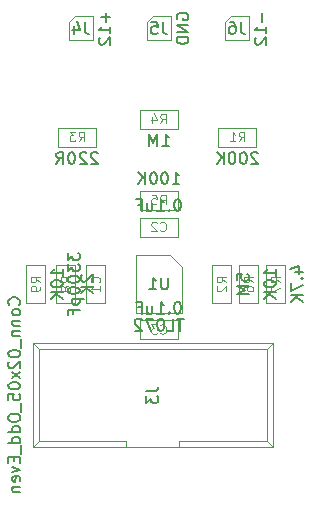
<source format=gbr>
G04 #@! TF.GenerationSoftware,KiCad,Pcbnew,(5.0.1)-4*
G04 #@! TF.CreationDate,2019-03-05T01:38:52-06:00*
G04 #@! TF.ProjectId,util_LFO,7574696C5F4C464F2E6B696361645F70,rev?*
G04 #@! TF.SameCoordinates,Original*
G04 #@! TF.FileFunction,Other,Fab,Bot*
%FSLAX46Y46*%
G04 Gerber Fmt 4.6, Leading zero omitted, Abs format (unit mm)*
G04 Created by KiCad (PCBNEW (5.0.1)-4) date 3/5/2019 1:38:52*
%MOMM*%
%LPD*%
G01*
G04 APERTURE LIST*
%ADD10C,0.100000*%
%ADD11C,0.150000*%
%ADD12C,0.120000*%
G04 APERTURE END LIST*
D10*
G04 #@! TO.C,J6*
X101108000Y-59380500D02*
X101108000Y-60880500D01*
X101108000Y-60880500D02*
X103108000Y-60880500D01*
X103108000Y-60880500D02*
X103108000Y-58880500D01*
X103108000Y-58880500D02*
X101608000Y-58880500D01*
X101608000Y-58880500D02*
X101108000Y-59380500D01*
G04 #@! TO.C,C1*
X89370000Y-83134000D02*
X90970000Y-83134000D01*
X90970000Y-83134000D02*
X90970000Y-79934000D01*
X90970000Y-79934000D02*
X89370000Y-79934000D01*
X89370000Y-79934000D02*
X89370000Y-83134000D01*
G04 #@! TO.C,C2*
X97104000Y-75908000D02*
X93904000Y-75908000D01*
X97104000Y-77508000D02*
X97104000Y-75908000D01*
X93904000Y-77508000D02*
X97104000Y-77508000D01*
X93904000Y-75908000D02*
X93904000Y-77508000D01*
G04 #@! TO.C,C3*
X93904000Y-84594800D02*
X93904000Y-86194800D01*
X93904000Y-86194800D02*
X97104000Y-86194800D01*
X97104000Y-86194800D02*
X97104000Y-84594800D01*
X97104000Y-84594800D02*
X93904000Y-84594800D01*
G04 #@! TO.C,J3*
X105176000Y-86507000D02*
X84816000Y-86507000D01*
X104636000Y-87057000D02*
X85376000Y-87057000D01*
X105176000Y-95357000D02*
X84816000Y-95357000D01*
X104636000Y-94807000D02*
X97246000Y-94807000D01*
X92746000Y-94807000D02*
X85376000Y-94807000D01*
X97246000Y-94807000D02*
X97246000Y-95357000D01*
X92746000Y-94807000D02*
X92746000Y-95357000D01*
X105176000Y-86507000D02*
X105176000Y-95357000D01*
X104636000Y-87057000D02*
X104636000Y-94807000D01*
X84816000Y-86507000D02*
X84816000Y-95357000D01*
X85376000Y-87057000D02*
X85376000Y-94807000D01*
X105176000Y-86507000D02*
X104636000Y-87057000D01*
X84816000Y-86507000D02*
X85376000Y-87057000D01*
X105176000Y-95357000D02*
X104636000Y-94807000D01*
X84816000Y-95357000D02*
X85376000Y-94807000D01*
G04 #@! TO.C,J4*
X87900000Y-59380500D02*
X87900000Y-60880500D01*
X87900000Y-60880500D02*
X89900000Y-60880500D01*
X89900000Y-60880500D02*
X89900000Y-58880500D01*
X89900000Y-58880500D02*
X88400000Y-58880500D01*
X88400000Y-58880500D02*
X87900000Y-59380500D01*
G04 #@! TO.C,J5*
X95004000Y-58880500D02*
X94504000Y-59380500D01*
X96504000Y-58880500D02*
X95004000Y-58880500D01*
X96504000Y-60880500D02*
X96504000Y-58880500D01*
X94504000Y-60880500D02*
X96504000Y-60880500D01*
X94504000Y-59380500D02*
X94504000Y-60880500D01*
G04 #@! TO.C,R2*
X101638000Y-79934000D02*
X100038000Y-79934000D01*
X100038000Y-79934000D02*
X100038000Y-83134000D01*
X100038000Y-83134000D02*
X101638000Y-83134000D01*
X101638000Y-83134000D02*
X101638000Y-79934000D01*
G04 #@! TO.C,R3*
X86982500Y-69888000D02*
X90182500Y-69888000D01*
X86982500Y-68288000D02*
X86982500Y-69888000D01*
X90182500Y-68288000D02*
X86982500Y-68288000D01*
X90182500Y-69888000D02*
X90182500Y-68288000D01*
G04 #@! TO.C,R5*
X93904000Y-73622000D02*
X93904000Y-75222000D01*
X93904000Y-75222000D02*
X97104000Y-75222000D01*
X97104000Y-75222000D02*
X97104000Y-73622000D01*
X97104000Y-73622000D02*
X93904000Y-73622000D01*
G04 #@! TO.C,R6*
X103924000Y-83134000D02*
X103924000Y-79934000D01*
X102324000Y-83134000D02*
X103924000Y-83134000D01*
X102324000Y-79934000D02*
X102324000Y-83134000D01*
X103924000Y-79934000D02*
X102324000Y-79934000D01*
G04 #@! TO.C,R7*
X106210000Y-79934000D02*
X104610000Y-79934000D01*
X104610000Y-79934000D02*
X104610000Y-83134000D01*
X104610000Y-83134000D02*
X106210000Y-83134000D01*
X106210000Y-83134000D02*
X106210000Y-79934000D01*
G04 #@! TO.C,R8*
X88430000Y-79934000D02*
X86830000Y-79934000D01*
X86830000Y-79934000D02*
X86830000Y-83134000D01*
X86830000Y-83134000D02*
X88430000Y-83134000D01*
X88430000Y-83134000D02*
X88430000Y-79934000D01*
G04 #@! TO.C,R9*
X85890000Y-83134000D02*
X85890000Y-79934000D01*
X84290000Y-83134000D02*
X85890000Y-83134000D01*
X84290000Y-79934000D02*
X84290000Y-83134000D01*
X85890000Y-79934000D02*
X84290000Y-79934000D01*
G04 #@! TO.C,U1*
X96454000Y-79084000D02*
X93554000Y-79084000D01*
X93554000Y-79084000D02*
X93554000Y-83984000D01*
X93554000Y-83984000D02*
X97454000Y-83984000D01*
X97454000Y-83984000D02*
X97454000Y-80084000D01*
X97454000Y-80084000D02*
X96454000Y-79084000D01*
G04 #@! TO.C,R4*
X97104000Y-68364000D02*
X97104000Y-66764000D01*
X97104000Y-66764000D02*
X93904000Y-66764000D01*
X93904000Y-66764000D02*
X93904000Y-68364000D01*
X93904000Y-68364000D02*
X97104000Y-68364000D01*
G04 #@! TO.C,R1*
X103758800Y-69888000D02*
X103758800Y-68288000D01*
X103758800Y-68288000D02*
X100558800Y-68288000D01*
X100558800Y-68288000D02*
X100558800Y-69888000D01*
X100558800Y-69888000D02*
X103758800Y-69888000D01*
G04 #@! TD*
G04 #@! TO.C,J6*
D11*
X104239428Y-58547166D02*
X104239428Y-59309071D01*
X104620380Y-60309071D02*
X104620380Y-59737642D01*
X104620380Y-60023357D02*
X103620380Y-60023357D01*
X103763238Y-59928119D01*
X103858476Y-59832880D01*
X103906095Y-59737642D01*
X103715619Y-60690023D02*
X103668000Y-60737642D01*
X103620380Y-60832880D01*
X103620380Y-61070976D01*
X103668000Y-61166214D01*
X103715619Y-61213833D01*
X103810857Y-61261452D01*
X103906095Y-61261452D01*
X104048952Y-61213833D01*
X104620380Y-60642404D01*
X104620380Y-61261452D01*
X102441333Y-59332880D02*
X102441333Y-60047166D01*
X102488952Y-60190023D01*
X102584190Y-60285261D01*
X102727047Y-60332880D01*
X102822285Y-60332880D01*
X101536571Y-59332880D02*
X101727047Y-59332880D01*
X101822285Y-59380500D01*
X101869904Y-59428119D01*
X101965142Y-59570976D01*
X102012761Y-59761452D01*
X102012761Y-60142404D01*
X101965142Y-60237642D01*
X101917523Y-60285261D01*
X101822285Y-60332880D01*
X101631809Y-60332880D01*
X101536571Y-60285261D01*
X101488952Y-60237642D01*
X101441333Y-60142404D01*
X101441333Y-59904309D01*
X101488952Y-59809071D01*
X101536571Y-59761452D01*
X101631809Y-59713833D01*
X101822285Y-59713833D01*
X101917523Y-59761452D01*
X101965142Y-59809071D01*
X102012761Y-59904309D01*
G04 #@! TO.C,C1*
X87802380Y-78891142D02*
X87802380Y-79510190D01*
X88183333Y-79176857D01*
X88183333Y-79319714D01*
X88230952Y-79414952D01*
X88278571Y-79462571D01*
X88373809Y-79510190D01*
X88611904Y-79510190D01*
X88707142Y-79462571D01*
X88754761Y-79414952D01*
X88802380Y-79319714D01*
X88802380Y-79034000D01*
X88754761Y-78938761D01*
X88707142Y-78891142D01*
X87802380Y-79843523D02*
X87802380Y-80462571D01*
X88183333Y-80129238D01*
X88183333Y-80272095D01*
X88230952Y-80367333D01*
X88278571Y-80414952D01*
X88373809Y-80462571D01*
X88611904Y-80462571D01*
X88707142Y-80414952D01*
X88754761Y-80367333D01*
X88802380Y-80272095D01*
X88802380Y-79986380D01*
X88754761Y-79891142D01*
X88707142Y-79843523D01*
X87802380Y-81081619D02*
X87802380Y-81176857D01*
X87850000Y-81272095D01*
X87897619Y-81319714D01*
X87992857Y-81367333D01*
X88183333Y-81414952D01*
X88421428Y-81414952D01*
X88611904Y-81367333D01*
X88707142Y-81319714D01*
X88754761Y-81272095D01*
X88802380Y-81176857D01*
X88802380Y-81081619D01*
X88754761Y-80986380D01*
X88707142Y-80938761D01*
X88611904Y-80891142D01*
X88421428Y-80843523D01*
X88183333Y-80843523D01*
X87992857Y-80891142D01*
X87897619Y-80938761D01*
X87850000Y-80986380D01*
X87802380Y-81081619D01*
X87802380Y-82034000D02*
X87802380Y-82129238D01*
X87850000Y-82224476D01*
X87897619Y-82272095D01*
X87992857Y-82319714D01*
X88183333Y-82367333D01*
X88421428Y-82367333D01*
X88611904Y-82319714D01*
X88707142Y-82272095D01*
X88754761Y-82224476D01*
X88802380Y-82129238D01*
X88802380Y-82034000D01*
X88754761Y-81938761D01*
X88707142Y-81891142D01*
X88611904Y-81843523D01*
X88421428Y-81795904D01*
X88183333Y-81795904D01*
X87992857Y-81843523D01*
X87897619Y-81891142D01*
X87850000Y-81938761D01*
X87802380Y-82034000D01*
X88135714Y-82795904D02*
X89135714Y-82795904D01*
X88183333Y-82795904D02*
X88135714Y-82891142D01*
X88135714Y-83081619D01*
X88183333Y-83176857D01*
X88230952Y-83224476D01*
X88326190Y-83272095D01*
X88611904Y-83272095D01*
X88707142Y-83224476D01*
X88754761Y-83176857D01*
X88802380Y-83081619D01*
X88802380Y-82891142D01*
X88754761Y-82795904D01*
X88278571Y-84034000D02*
X88278571Y-83700666D01*
X88802380Y-83700666D02*
X87802380Y-83700666D01*
X87802380Y-84176857D01*
D12*
X90455714Y-81400666D02*
X90493809Y-81362571D01*
X90531904Y-81248285D01*
X90531904Y-81172095D01*
X90493809Y-81057809D01*
X90417619Y-80981619D01*
X90341428Y-80943523D01*
X90189047Y-80905428D01*
X90074761Y-80905428D01*
X89922380Y-80943523D01*
X89846190Y-80981619D01*
X89770000Y-81057809D01*
X89731904Y-81172095D01*
X89731904Y-81248285D01*
X89770000Y-81362571D01*
X89808095Y-81400666D01*
X90531904Y-82162571D02*
X90531904Y-81705428D01*
X90531904Y-81934000D02*
X89731904Y-81934000D01*
X89846190Y-81857809D01*
X89922380Y-81781619D01*
X89960476Y-81705428D01*
G04 #@! TO.C,C2*
D11*
X97146857Y-74340380D02*
X97051619Y-74340380D01*
X96956380Y-74388000D01*
X96908761Y-74435619D01*
X96861142Y-74530857D01*
X96813523Y-74721333D01*
X96813523Y-74959428D01*
X96861142Y-75149904D01*
X96908761Y-75245142D01*
X96956380Y-75292761D01*
X97051619Y-75340380D01*
X97146857Y-75340380D01*
X97242095Y-75292761D01*
X97289714Y-75245142D01*
X97337333Y-75149904D01*
X97384952Y-74959428D01*
X97384952Y-74721333D01*
X97337333Y-74530857D01*
X97289714Y-74435619D01*
X97242095Y-74388000D01*
X97146857Y-74340380D01*
X96384952Y-75245142D02*
X96337333Y-75292761D01*
X96384952Y-75340380D01*
X96432571Y-75292761D01*
X96384952Y-75245142D01*
X96384952Y-75340380D01*
X95384952Y-75340380D02*
X95956380Y-75340380D01*
X95670666Y-75340380D02*
X95670666Y-74340380D01*
X95765904Y-74483238D01*
X95861142Y-74578476D01*
X95956380Y-74626095D01*
X94527809Y-74673714D02*
X94527809Y-75340380D01*
X94956380Y-74673714D02*
X94956380Y-75197523D01*
X94908761Y-75292761D01*
X94813523Y-75340380D01*
X94670666Y-75340380D01*
X94575428Y-75292761D01*
X94527809Y-75245142D01*
X93718285Y-74816571D02*
X94051619Y-74816571D01*
X94051619Y-75340380D02*
X94051619Y-74340380D01*
X93575428Y-74340380D01*
D12*
X95637333Y-76993714D02*
X95675428Y-77031809D01*
X95789714Y-77069904D01*
X95865904Y-77069904D01*
X95980190Y-77031809D01*
X96056380Y-76955619D01*
X96094476Y-76879428D01*
X96132571Y-76727047D01*
X96132571Y-76612761D01*
X96094476Y-76460380D01*
X96056380Y-76384190D01*
X95980190Y-76308000D01*
X95865904Y-76269904D01*
X95789714Y-76269904D01*
X95675428Y-76308000D01*
X95637333Y-76346095D01*
X95332571Y-76346095D02*
X95294476Y-76308000D01*
X95218285Y-76269904D01*
X95027809Y-76269904D01*
X94951619Y-76308000D01*
X94913523Y-76346095D01*
X94875428Y-76422285D01*
X94875428Y-76498476D01*
X94913523Y-76612761D01*
X95370666Y-77069904D01*
X94875428Y-77069904D01*
G04 #@! TO.C,C3*
D11*
X97146857Y-83027180D02*
X97051619Y-83027180D01*
X96956380Y-83074800D01*
X96908761Y-83122419D01*
X96861142Y-83217657D01*
X96813523Y-83408133D01*
X96813523Y-83646228D01*
X96861142Y-83836704D01*
X96908761Y-83931942D01*
X96956380Y-83979561D01*
X97051619Y-84027180D01*
X97146857Y-84027180D01*
X97242095Y-83979561D01*
X97289714Y-83931942D01*
X97337333Y-83836704D01*
X97384952Y-83646228D01*
X97384952Y-83408133D01*
X97337333Y-83217657D01*
X97289714Y-83122419D01*
X97242095Y-83074800D01*
X97146857Y-83027180D01*
X96384952Y-83931942D02*
X96337333Y-83979561D01*
X96384952Y-84027180D01*
X96432571Y-83979561D01*
X96384952Y-83931942D01*
X96384952Y-84027180D01*
X95384952Y-84027180D02*
X95956380Y-84027180D01*
X95670666Y-84027180D02*
X95670666Y-83027180D01*
X95765904Y-83170038D01*
X95861142Y-83265276D01*
X95956380Y-83312895D01*
X94527809Y-83360514D02*
X94527809Y-84027180D01*
X94956380Y-83360514D02*
X94956380Y-83884323D01*
X94908761Y-83979561D01*
X94813523Y-84027180D01*
X94670666Y-84027180D01*
X94575428Y-83979561D01*
X94527809Y-83931942D01*
X93718285Y-83503371D02*
X94051619Y-83503371D01*
X94051619Y-84027180D02*
X94051619Y-83027180D01*
X93575428Y-83027180D01*
D12*
X95637333Y-85680514D02*
X95675428Y-85718609D01*
X95789714Y-85756704D01*
X95865904Y-85756704D01*
X95980190Y-85718609D01*
X96056380Y-85642419D01*
X96094476Y-85566228D01*
X96132571Y-85413847D01*
X96132571Y-85299561D01*
X96094476Y-85147180D01*
X96056380Y-85070990D01*
X95980190Y-84994800D01*
X95865904Y-84956704D01*
X95789714Y-84956704D01*
X95675428Y-84994800D01*
X95637333Y-85032895D01*
X95370666Y-84956704D02*
X94875428Y-84956704D01*
X95142095Y-85261466D01*
X95027809Y-85261466D01*
X94951619Y-85299561D01*
X94913523Y-85337657D01*
X94875428Y-85413847D01*
X94875428Y-85604323D01*
X94913523Y-85680514D01*
X94951619Y-85718609D01*
X95027809Y-85756704D01*
X95256380Y-85756704D01*
X95332571Y-85718609D01*
X95370666Y-85680514D01*
G04 #@! TO.C,J3*
D11*
X83669142Y-83289142D02*
X83716761Y-83241523D01*
X83764380Y-83098666D01*
X83764380Y-83003428D01*
X83716761Y-82860571D01*
X83621523Y-82765333D01*
X83526285Y-82717714D01*
X83335809Y-82670095D01*
X83192952Y-82670095D01*
X83002476Y-82717714D01*
X82907238Y-82765333D01*
X82812000Y-82860571D01*
X82764380Y-83003428D01*
X82764380Y-83098666D01*
X82812000Y-83241523D01*
X82859619Y-83289142D01*
X83764380Y-83860571D02*
X83716761Y-83765333D01*
X83669142Y-83717714D01*
X83573904Y-83670095D01*
X83288190Y-83670095D01*
X83192952Y-83717714D01*
X83145333Y-83765333D01*
X83097714Y-83860571D01*
X83097714Y-84003428D01*
X83145333Y-84098666D01*
X83192952Y-84146285D01*
X83288190Y-84193904D01*
X83573904Y-84193904D01*
X83669142Y-84146285D01*
X83716761Y-84098666D01*
X83764380Y-84003428D01*
X83764380Y-83860571D01*
X83097714Y-84622476D02*
X83764380Y-84622476D01*
X83192952Y-84622476D02*
X83145333Y-84670095D01*
X83097714Y-84765333D01*
X83097714Y-84908190D01*
X83145333Y-85003428D01*
X83240571Y-85051047D01*
X83764380Y-85051047D01*
X83097714Y-85527238D02*
X83764380Y-85527238D01*
X83192952Y-85527238D02*
X83145333Y-85574857D01*
X83097714Y-85670095D01*
X83097714Y-85812952D01*
X83145333Y-85908190D01*
X83240571Y-85955809D01*
X83764380Y-85955809D01*
X83859619Y-86193904D02*
X83859619Y-86955809D01*
X82764380Y-87384380D02*
X82764380Y-87479619D01*
X82812000Y-87574857D01*
X82859619Y-87622476D01*
X82954857Y-87670095D01*
X83145333Y-87717714D01*
X83383428Y-87717714D01*
X83573904Y-87670095D01*
X83669142Y-87622476D01*
X83716761Y-87574857D01*
X83764380Y-87479619D01*
X83764380Y-87384380D01*
X83716761Y-87289142D01*
X83669142Y-87241523D01*
X83573904Y-87193904D01*
X83383428Y-87146285D01*
X83145333Y-87146285D01*
X82954857Y-87193904D01*
X82859619Y-87241523D01*
X82812000Y-87289142D01*
X82764380Y-87384380D01*
X82859619Y-88098666D02*
X82812000Y-88146285D01*
X82764380Y-88241523D01*
X82764380Y-88479619D01*
X82812000Y-88574857D01*
X82859619Y-88622476D01*
X82954857Y-88670095D01*
X83050095Y-88670095D01*
X83192952Y-88622476D01*
X83764380Y-88051047D01*
X83764380Y-88670095D01*
X83764380Y-89003428D02*
X83097714Y-89527238D01*
X83097714Y-89003428D02*
X83764380Y-89527238D01*
X82764380Y-90098666D02*
X82764380Y-90193904D01*
X82812000Y-90289142D01*
X82859619Y-90336761D01*
X82954857Y-90384380D01*
X83145333Y-90432000D01*
X83383428Y-90432000D01*
X83573904Y-90384380D01*
X83669142Y-90336761D01*
X83716761Y-90289142D01*
X83764380Y-90193904D01*
X83764380Y-90098666D01*
X83716761Y-90003428D01*
X83669142Y-89955809D01*
X83573904Y-89908190D01*
X83383428Y-89860571D01*
X83145333Y-89860571D01*
X82954857Y-89908190D01*
X82859619Y-89955809D01*
X82812000Y-90003428D01*
X82764380Y-90098666D01*
X82764380Y-91336761D02*
X82764380Y-90860571D01*
X83240571Y-90812952D01*
X83192952Y-90860571D01*
X83145333Y-90955809D01*
X83145333Y-91193904D01*
X83192952Y-91289142D01*
X83240571Y-91336761D01*
X83335809Y-91384380D01*
X83573904Y-91384380D01*
X83669142Y-91336761D01*
X83716761Y-91289142D01*
X83764380Y-91193904D01*
X83764380Y-90955809D01*
X83716761Y-90860571D01*
X83669142Y-90812952D01*
X83859619Y-91574857D02*
X83859619Y-92336761D01*
X82764380Y-92765333D02*
X82764380Y-92955809D01*
X82812000Y-93051047D01*
X82907238Y-93146285D01*
X83097714Y-93193904D01*
X83431047Y-93193904D01*
X83621523Y-93146285D01*
X83716761Y-93051047D01*
X83764380Y-92955809D01*
X83764380Y-92765333D01*
X83716761Y-92670095D01*
X83621523Y-92574857D01*
X83431047Y-92527238D01*
X83097714Y-92527238D01*
X82907238Y-92574857D01*
X82812000Y-92670095D01*
X82764380Y-92765333D01*
X83764380Y-94051047D02*
X82764380Y-94051047D01*
X83716761Y-94051047D02*
X83764380Y-93955809D01*
X83764380Y-93765333D01*
X83716761Y-93670095D01*
X83669142Y-93622476D01*
X83573904Y-93574857D01*
X83288190Y-93574857D01*
X83192952Y-93622476D01*
X83145333Y-93670095D01*
X83097714Y-93765333D01*
X83097714Y-93955809D01*
X83145333Y-94051047D01*
X83764380Y-94955809D02*
X82764380Y-94955809D01*
X83716761Y-94955809D02*
X83764380Y-94860571D01*
X83764380Y-94670095D01*
X83716761Y-94574857D01*
X83669142Y-94527238D01*
X83573904Y-94479619D01*
X83288190Y-94479619D01*
X83192952Y-94527238D01*
X83145333Y-94574857D01*
X83097714Y-94670095D01*
X83097714Y-94860571D01*
X83145333Y-94955809D01*
X83859619Y-95193904D02*
X83859619Y-95955809D01*
X83240571Y-96193904D02*
X83240571Y-96527238D01*
X83764380Y-96670095D02*
X83764380Y-96193904D01*
X82764380Y-96193904D01*
X82764380Y-96670095D01*
X83097714Y-97003428D02*
X83764380Y-97241523D01*
X83097714Y-97479619D01*
X83716761Y-98241523D02*
X83764380Y-98146285D01*
X83764380Y-97955809D01*
X83716761Y-97860571D01*
X83621523Y-97812952D01*
X83240571Y-97812952D01*
X83145333Y-97860571D01*
X83097714Y-97955809D01*
X83097714Y-98146285D01*
X83145333Y-98241523D01*
X83240571Y-98289142D01*
X83335809Y-98289142D01*
X83431047Y-97812952D01*
X83097714Y-98717714D02*
X83764380Y-98717714D01*
X83192952Y-98717714D02*
X83145333Y-98765333D01*
X83097714Y-98860571D01*
X83097714Y-99003428D01*
X83145333Y-99098666D01*
X83240571Y-99146285D01*
X83764380Y-99146285D01*
X94448380Y-90598666D02*
X95162666Y-90598666D01*
X95305523Y-90551047D01*
X95400761Y-90455809D01*
X95448380Y-90312952D01*
X95448380Y-90217714D01*
X94448380Y-90979619D02*
X94448380Y-91598666D01*
X94829333Y-91265333D01*
X94829333Y-91408190D01*
X94876952Y-91503428D01*
X94924571Y-91551047D01*
X95019809Y-91598666D01*
X95257904Y-91598666D01*
X95353142Y-91551047D01*
X95400761Y-91503428D01*
X95448380Y-91408190D01*
X95448380Y-91122476D01*
X95400761Y-91027238D01*
X95353142Y-90979619D01*
G04 #@! TO.C,J4*
X91031428Y-58547166D02*
X91031428Y-59309071D01*
X91412380Y-58928119D02*
X90650476Y-58928119D01*
X91412380Y-60309071D02*
X91412380Y-59737642D01*
X91412380Y-60023357D02*
X90412380Y-60023357D01*
X90555238Y-59928119D01*
X90650476Y-59832880D01*
X90698095Y-59737642D01*
X90507619Y-60690023D02*
X90460000Y-60737642D01*
X90412380Y-60832880D01*
X90412380Y-61070976D01*
X90460000Y-61166214D01*
X90507619Y-61213833D01*
X90602857Y-61261452D01*
X90698095Y-61261452D01*
X90840952Y-61213833D01*
X91412380Y-60642404D01*
X91412380Y-61261452D01*
X89233333Y-59332880D02*
X89233333Y-60047166D01*
X89280952Y-60190023D01*
X89376190Y-60285261D01*
X89519047Y-60332880D01*
X89614285Y-60332880D01*
X88328571Y-59666214D02*
X88328571Y-60332880D01*
X88566666Y-59285261D02*
X88804761Y-59999547D01*
X88185714Y-59999547D01*
G04 #@! TO.C,J5*
X97064000Y-59118595D02*
X97016380Y-59023357D01*
X97016380Y-58880500D01*
X97064000Y-58737642D01*
X97159238Y-58642404D01*
X97254476Y-58594785D01*
X97444952Y-58547166D01*
X97587809Y-58547166D01*
X97778285Y-58594785D01*
X97873523Y-58642404D01*
X97968761Y-58737642D01*
X98016380Y-58880500D01*
X98016380Y-58975738D01*
X97968761Y-59118595D01*
X97921142Y-59166214D01*
X97587809Y-59166214D01*
X97587809Y-58975738D01*
X98016380Y-59594785D02*
X97016380Y-59594785D01*
X98016380Y-60166214D01*
X97016380Y-60166214D01*
X98016380Y-60642404D02*
X97016380Y-60642404D01*
X97016380Y-60880500D01*
X97064000Y-61023357D01*
X97159238Y-61118595D01*
X97254476Y-61166214D01*
X97444952Y-61213833D01*
X97587809Y-61213833D01*
X97778285Y-61166214D01*
X97873523Y-61118595D01*
X97968761Y-61023357D01*
X98016380Y-60880500D01*
X98016380Y-60642404D01*
X95837333Y-59332880D02*
X95837333Y-60047166D01*
X95884952Y-60190023D01*
X95980190Y-60285261D01*
X96123047Y-60332880D01*
X96218285Y-60332880D01*
X94884952Y-59332880D02*
X95361142Y-59332880D01*
X95408761Y-59809071D01*
X95361142Y-59761452D01*
X95265904Y-59713833D01*
X95027809Y-59713833D01*
X94932571Y-59761452D01*
X94884952Y-59809071D01*
X94837333Y-59904309D01*
X94837333Y-60142404D01*
X94884952Y-60237642D01*
X94932571Y-60285261D01*
X95027809Y-60332880D01*
X95265904Y-60332880D01*
X95361142Y-60285261D01*
X95408761Y-60237642D01*
G04 #@! TO.C,R2*
X102110380Y-81200666D02*
X102110380Y-80724476D01*
X102586571Y-80676857D01*
X102538952Y-80724476D01*
X102491333Y-80819714D01*
X102491333Y-81057809D01*
X102538952Y-81153047D01*
X102586571Y-81200666D01*
X102681809Y-81248285D01*
X102919904Y-81248285D01*
X103015142Y-81200666D01*
X103062761Y-81153047D01*
X103110380Y-81057809D01*
X103110380Y-80819714D01*
X103062761Y-80724476D01*
X103015142Y-80676857D01*
X103110380Y-81676857D02*
X102110380Y-81676857D01*
X102824666Y-82010190D01*
X102110380Y-82343523D01*
X103110380Y-82343523D01*
D12*
X101199904Y-81400666D02*
X100818952Y-81134000D01*
X101199904Y-80943523D02*
X100399904Y-80943523D01*
X100399904Y-81248285D01*
X100438000Y-81324476D01*
X100476095Y-81362571D01*
X100552285Y-81400666D01*
X100666571Y-81400666D01*
X100742761Y-81362571D01*
X100780857Y-81324476D01*
X100818952Y-81248285D01*
X100818952Y-80943523D01*
X100476095Y-81705428D02*
X100438000Y-81743523D01*
X100399904Y-81819714D01*
X100399904Y-82010190D01*
X100438000Y-82086380D01*
X100476095Y-82124476D01*
X100552285Y-82162571D01*
X100628476Y-82162571D01*
X100742761Y-82124476D01*
X101199904Y-81667333D01*
X101199904Y-82162571D01*
G04 #@! TO.C,R3*
D11*
X90320595Y-70455619D02*
X90272976Y-70408000D01*
X90177738Y-70360380D01*
X89939642Y-70360380D01*
X89844404Y-70408000D01*
X89796785Y-70455619D01*
X89749166Y-70550857D01*
X89749166Y-70646095D01*
X89796785Y-70788952D01*
X90368214Y-71360380D01*
X89749166Y-71360380D01*
X89368214Y-70455619D02*
X89320595Y-70408000D01*
X89225357Y-70360380D01*
X88987261Y-70360380D01*
X88892023Y-70408000D01*
X88844404Y-70455619D01*
X88796785Y-70550857D01*
X88796785Y-70646095D01*
X88844404Y-70788952D01*
X89415833Y-71360380D01*
X88796785Y-71360380D01*
X88177738Y-70360380D02*
X88082500Y-70360380D01*
X87987261Y-70408000D01*
X87939642Y-70455619D01*
X87892023Y-70550857D01*
X87844404Y-70741333D01*
X87844404Y-70979428D01*
X87892023Y-71169904D01*
X87939642Y-71265142D01*
X87987261Y-71312761D01*
X88082500Y-71360380D01*
X88177738Y-71360380D01*
X88272976Y-71312761D01*
X88320595Y-71265142D01*
X88368214Y-71169904D01*
X88415833Y-70979428D01*
X88415833Y-70741333D01*
X88368214Y-70550857D01*
X88320595Y-70455619D01*
X88272976Y-70408000D01*
X88177738Y-70360380D01*
X86844404Y-71360380D02*
X87177738Y-70884190D01*
X87415833Y-71360380D02*
X87415833Y-70360380D01*
X87034880Y-70360380D01*
X86939642Y-70408000D01*
X86892023Y-70455619D01*
X86844404Y-70550857D01*
X86844404Y-70693714D01*
X86892023Y-70788952D01*
X86939642Y-70836571D01*
X87034880Y-70884190D01*
X87415833Y-70884190D01*
D12*
X88715833Y-69449904D02*
X88982500Y-69068952D01*
X89172976Y-69449904D02*
X89172976Y-68649904D01*
X88868214Y-68649904D01*
X88792023Y-68688000D01*
X88753928Y-68726095D01*
X88715833Y-68802285D01*
X88715833Y-68916571D01*
X88753928Y-68992761D01*
X88792023Y-69030857D01*
X88868214Y-69068952D01*
X89172976Y-69068952D01*
X88449166Y-68649904D02*
X87953928Y-68649904D01*
X88220595Y-68954666D01*
X88106309Y-68954666D01*
X88030119Y-68992761D01*
X87992023Y-69030857D01*
X87953928Y-69107047D01*
X87953928Y-69297523D01*
X87992023Y-69373714D01*
X88030119Y-69411809D01*
X88106309Y-69449904D01*
X88334880Y-69449904D01*
X88411071Y-69411809D01*
X88449166Y-69373714D01*
G04 #@! TO.C,R5*
D11*
X96670666Y-73054380D02*
X97242095Y-73054380D01*
X96956380Y-73054380D02*
X96956380Y-72054380D01*
X97051619Y-72197238D01*
X97146857Y-72292476D01*
X97242095Y-72340095D01*
X96051619Y-72054380D02*
X95956380Y-72054380D01*
X95861142Y-72102000D01*
X95813523Y-72149619D01*
X95765904Y-72244857D01*
X95718285Y-72435333D01*
X95718285Y-72673428D01*
X95765904Y-72863904D01*
X95813523Y-72959142D01*
X95861142Y-73006761D01*
X95956380Y-73054380D01*
X96051619Y-73054380D01*
X96146857Y-73006761D01*
X96194476Y-72959142D01*
X96242095Y-72863904D01*
X96289714Y-72673428D01*
X96289714Y-72435333D01*
X96242095Y-72244857D01*
X96194476Y-72149619D01*
X96146857Y-72102000D01*
X96051619Y-72054380D01*
X95099238Y-72054380D02*
X95004000Y-72054380D01*
X94908761Y-72102000D01*
X94861142Y-72149619D01*
X94813523Y-72244857D01*
X94765904Y-72435333D01*
X94765904Y-72673428D01*
X94813523Y-72863904D01*
X94861142Y-72959142D01*
X94908761Y-73006761D01*
X95004000Y-73054380D01*
X95099238Y-73054380D01*
X95194476Y-73006761D01*
X95242095Y-72959142D01*
X95289714Y-72863904D01*
X95337333Y-72673428D01*
X95337333Y-72435333D01*
X95289714Y-72244857D01*
X95242095Y-72149619D01*
X95194476Y-72102000D01*
X95099238Y-72054380D01*
X94337333Y-73054380D02*
X94337333Y-72054380D01*
X93765904Y-73054380D02*
X94194476Y-72482952D01*
X93765904Y-72054380D02*
X94337333Y-72625809D01*
D12*
X95637333Y-74783904D02*
X95904000Y-74402952D01*
X96094476Y-74783904D02*
X96094476Y-73983904D01*
X95789714Y-73983904D01*
X95713523Y-74022000D01*
X95675428Y-74060095D01*
X95637333Y-74136285D01*
X95637333Y-74250571D01*
X95675428Y-74326761D01*
X95713523Y-74364857D01*
X95789714Y-74402952D01*
X96094476Y-74402952D01*
X94913523Y-73983904D02*
X95294476Y-73983904D01*
X95332571Y-74364857D01*
X95294476Y-74326761D01*
X95218285Y-74288666D01*
X95027809Y-74288666D01*
X94951619Y-74326761D01*
X94913523Y-74364857D01*
X94875428Y-74441047D01*
X94875428Y-74631523D01*
X94913523Y-74707714D01*
X94951619Y-74745809D01*
X95027809Y-74783904D01*
X95218285Y-74783904D01*
X95294476Y-74745809D01*
X95332571Y-74707714D01*
G04 #@! TO.C,R6*
D11*
X105396380Y-80843523D02*
X105396380Y-80272095D01*
X105396380Y-80557809D02*
X104396380Y-80557809D01*
X104539238Y-80462571D01*
X104634476Y-80367333D01*
X104682095Y-80272095D01*
X104396380Y-81462571D02*
X104396380Y-81557809D01*
X104444000Y-81653047D01*
X104491619Y-81700666D01*
X104586857Y-81748285D01*
X104777333Y-81795904D01*
X105015428Y-81795904D01*
X105205904Y-81748285D01*
X105301142Y-81700666D01*
X105348761Y-81653047D01*
X105396380Y-81557809D01*
X105396380Y-81462571D01*
X105348761Y-81367333D01*
X105301142Y-81319714D01*
X105205904Y-81272095D01*
X105015428Y-81224476D01*
X104777333Y-81224476D01*
X104586857Y-81272095D01*
X104491619Y-81319714D01*
X104444000Y-81367333D01*
X104396380Y-81462571D01*
X105396380Y-82224476D02*
X104396380Y-82224476D01*
X105396380Y-82795904D02*
X104824952Y-82367333D01*
X104396380Y-82795904D02*
X104967809Y-82224476D01*
D12*
X103485904Y-81400666D02*
X103104952Y-81134000D01*
X103485904Y-80943523D02*
X102685904Y-80943523D01*
X102685904Y-81248285D01*
X102724000Y-81324476D01*
X102762095Y-81362571D01*
X102838285Y-81400666D01*
X102952571Y-81400666D01*
X103028761Y-81362571D01*
X103066857Y-81324476D01*
X103104952Y-81248285D01*
X103104952Y-80943523D01*
X102685904Y-82086380D02*
X102685904Y-81934000D01*
X102724000Y-81857809D01*
X102762095Y-81819714D01*
X102876380Y-81743523D01*
X103028761Y-81705428D01*
X103333523Y-81705428D01*
X103409714Y-81743523D01*
X103447809Y-81781619D01*
X103485904Y-81857809D01*
X103485904Y-82010190D01*
X103447809Y-82086380D01*
X103409714Y-82124476D01*
X103333523Y-82162571D01*
X103143047Y-82162571D01*
X103066857Y-82124476D01*
X103028761Y-82086380D01*
X102990666Y-82010190D01*
X102990666Y-81857809D01*
X103028761Y-81781619D01*
X103066857Y-81743523D01*
X103143047Y-81705428D01*
G04 #@! TO.C,R7*
D11*
X107015714Y-80510190D02*
X107682380Y-80510190D01*
X106634761Y-80272095D02*
X107349047Y-80034000D01*
X107349047Y-80653047D01*
X107587142Y-81034000D02*
X107634761Y-81081619D01*
X107682380Y-81034000D01*
X107634761Y-80986380D01*
X107587142Y-81034000D01*
X107682380Y-81034000D01*
X106682380Y-81414952D02*
X106682380Y-82081619D01*
X107682380Y-81653047D01*
X107682380Y-82462571D02*
X106682380Y-82462571D01*
X107682380Y-83034000D02*
X107110952Y-82605428D01*
X106682380Y-83034000D02*
X107253809Y-82462571D01*
D12*
X105771904Y-81400666D02*
X105390952Y-81134000D01*
X105771904Y-80943523D02*
X104971904Y-80943523D01*
X104971904Y-81248285D01*
X105010000Y-81324476D01*
X105048095Y-81362571D01*
X105124285Y-81400666D01*
X105238571Y-81400666D01*
X105314761Y-81362571D01*
X105352857Y-81324476D01*
X105390952Y-81248285D01*
X105390952Y-80943523D01*
X104971904Y-81667333D02*
X104971904Y-82200666D01*
X105771904Y-81857809D01*
G04 #@! TO.C,R8*
D11*
X88997619Y-80748285D02*
X88950000Y-80795904D01*
X88902380Y-80891142D01*
X88902380Y-81129238D01*
X88950000Y-81224476D01*
X88997619Y-81272095D01*
X89092857Y-81319714D01*
X89188095Y-81319714D01*
X89330952Y-81272095D01*
X89902380Y-80700666D01*
X89902380Y-81319714D01*
X89902380Y-81748285D02*
X88902380Y-81748285D01*
X89902380Y-82319714D02*
X89330952Y-81891142D01*
X88902380Y-82319714D02*
X89473809Y-81748285D01*
D12*
X87991904Y-81400666D02*
X87610952Y-81134000D01*
X87991904Y-80943523D02*
X87191904Y-80943523D01*
X87191904Y-81248285D01*
X87230000Y-81324476D01*
X87268095Y-81362571D01*
X87344285Y-81400666D01*
X87458571Y-81400666D01*
X87534761Y-81362571D01*
X87572857Y-81324476D01*
X87610952Y-81248285D01*
X87610952Y-80943523D01*
X87534761Y-81857809D02*
X87496666Y-81781619D01*
X87458571Y-81743523D01*
X87382380Y-81705428D01*
X87344285Y-81705428D01*
X87268095Y-81743523D01*
X87230000Y-81781619D01*
X87191904Y-81857809D01*
X87191904Y-82010190D01*
X87230000Y-82086380D01*
X87268095Y-82124476D01*
X87344285Y-82162571D01*
X87382380Y-82162571D01*
X87458571Y-82124476D01*
X87496666Y-82086380D01*
X87534761Y-82010190D01*
X87534761Y-81857809D01*
X87572857Y-81781619D01*
X87610952Y-81743523D01*
X87687142Y-81705428D01*
X87839523Y-81705428D01*
X87915714Y-81743523D01*
X87953809Y-81781619D01*
X87991904Y-81857809D01*
X87991904Y-82010190D01*
X87953809Y-82086380D01*
X87915714Y-82124476D01*
X87839523Y-82162571D01*
X87687142Y-82162571D01*
X87610952Y-82124476D01*
X87572857Y-82086380D01*
X87534761Y-82010190D01*
G04 #@! TO.C,R9*
D11*
X87362380Y-80843523D02*
X87362380Y-80272095D01*
X87362380Y-80557809D02*
X86362380Y-80557809D01*
X86505238Y-80462571D01*
X86600476Y-80367333D01*
X86648095Y-80272095D01*
X86362380Y-81462571D02*
X86362380Y-81557809D01*
X86410000Y-81653047D01*
X86457619Y-81700666D01*
X86552857Y-81748285D01*
X86743333Y-81795904D01*
X86981428Y-81795904D01*
X87171904Y-81748285D01*
X87267142Y-81700666D01*
X87314761Y-81653047D01*
X87362380Y-81557809D01*
X87362380Y-81462571D01*
X87314761Y-81367333D01*
X87267142Y-81319714D01*
X87171904Y-81272095D01*
X86981428Y-81224476D01*
X86743333Y-81224476D01*
X86552857Y-81272095D01*
X86457619Y-81319714D01*
X86410000Y-81367333D01*
X86362380Y-81462571D01*
X87362380Y-82224476D02*
X86362380Y-82224476D01*
X87362380Y-82795904D02*
X86790952Y-82367333D01*
X86362380Y-82795904D02*
X86933809Y-82224476D01*
D12*
X85451904Y-81400666D02*
X85070952Y-81134000D01*
X85451904Y-80943523D02*
X84651904Y-80943523D01*
X84651904Y-81248285D01*
X84690000Y-81324476D01*
X84728095Y-81362571D01*
X84804285Y-81400666D01*
X84918571Y-81400666D01*
X84994761Y-81362571D01*
X85032857Y-81324476D01*
X85070952Y-81248285D01*
X85070952Y-80943523D01*
X85451904Y-81781619D02*
X85451904Y-81934000D01*
X85413809Y-82010190D01*
X85375714Y-82048285D01*
X85261428Y-82124476D01*
X85109047Y-82162571D01*
X84804285Y-82162571D01*
X84728095Y-82124476D01*
X84690000Y-82086380D01*
X84651904Y-82010190D01*
X84651904Y-81857809D01*
X84690000Y-81781619D01*
X84728095Y-81743523D01*
X84804285Y-81705428D01*
X84994761Y-81705428D01*
X85070952Y-81743523D01*
X85109047Y-81781619D01*
X85147142Y-81857809D01*
X85147142Y-82010190D01*
X85109047Y-82086380D01*
X85070952Y-82124476D01*
X84994761Y-82162571D01*
G04 #@! TO.C,U1*
D11*
X97623047Y-84486380D02*
X97051619Y-84486380D01*
X97337333Y-85486380D02*
X97337333Y-84486380D01*
X96242095Y-85486380D02*
X96718285Y-85486380D01*
X96718285Y-84486380D01*
X95718285Y-84486380D02*
X95623047Y-84486380D01*
X95527809Y-84534000D01*
X95480190Y-84581619D01*
X95432571Y-84676857D01*
X95384952Y-84867333D01*
X95384952Y-85105428D01*
X95432571Y-85295904D01*
X95480190Y-85391142D01*
X95527809Y-85438761D01*
X95623047Y-85486380D01*
X95718285Y-85486380D01*
X95813523Y-85438761D01*
X95861142Y-85391142D01*
X95908761Y-85295904D01*
X95956380Y-85105428D01*
X95956380Y-84867333D01*
X95908761Y-84676857D01*
X95861142Y-84581619D01*
X95813523Y-84534000D01*
X95718285Y-84486380D01*
X95051619Y-84486380D02*
X94384952Y-84486380D01*
X94813523Y-85486380D01*
X94051619Y-84581619D02*
X94004000Y-84534000D01*
X93908761Y-84486380D01*
X93670666Y-84486380D01*
X93575428Y-84534000D01*
X93527809Y-84581619D01*
X93480190Y-84676857D01*
X93480190Y-84772095D01*
X93527809Y-84914952D01*
X94099238Y-85486380D01*
X93480190Y-85486380D01*
X96265904Y-80986380D02*
X96265904Y-81795904D01*
X96218285Y-81891142D01*
X96170666Y-81938761D01*
X96075428Y-81986380D01*
X95884952Y-81986380D01*
X95789714Y-81938761D01*
X95742095Y-81891142D01*
X95694476Y-81795904D01*
X95694476Y-80986380D01*
X94694476Y-81986380D02*
X95265904Y-81986380D01*
X94980190Y-81986380D02*
X94980190Y-80986380D01*
X95075428Y-81129238D01*
X95170666Y-81224476D01*
X95265904Y-81272095D01*
G04 #@! TO.C,R4*
X95789714Y-69836380D02*
X96361142Y-69836380D01*
X96075428Y-69836380D02*
X96075428Y-68836380D01*
X96170666Y-68979238D01*
X96265904Y-69074476D01*
X96361142Y-69122095D01*
X95361142Y-69836380D02*
X95361142Y-68836380D01*
X95027809Y-69550666D01*
X94694476Y-68836380D01*
X94694476Y-69836380D01*
D12*
X95637333Y-67925904D02*
X95904000Y-67544952D01*
X96094476Y-67925904D02*
X96094476Y-67125904D01*
X95789714Y-67125904D01*
X95713523Y-67164000D01*
X95675428Y-67202095D01*
X95637333Y-67278285D01*
X95637333Y-67392571D01*
X95675428Y-67468761D01*
X95713523Y-67506857D01*
X95789714Y-67544952D01*
X96094476Y-67544952D01*
X94951619Y-67392571D02*
X94951619Y-67925904D01*
X95142095Y-67087809D02*
X95332571Y-67659238D01*
X94837333Y-67659238D01*
G04 #@! TO.C,R1*
D11*
X103896895Y-70455619D02*
X103849276Y-70408000D01*
X103754038Y-70360380D01*
X103515942Y-70360380D01*
X103420704Y-70408000D01*
X103373085Y-70455619D01*
X103325466Y-70550857D01*
X103325466Y-70646095D01*
X103373085Y-70788952D01*
X103944514Y-71360380D01*
X103325466Y-71360380D01*
X102706419Y-70360380D02*
X102611180Y-70360380D01*
X102515942Y-70408000D01*
X102468323Y-70455619D01*
X102420704Y-70550857D01*
X102373085Y-70741333D01*
X102373085Y-70979428D01*
X102420704Y-71169904D01*
X102468323Y-71265142D01*
X102515942Y-71312761D01*
X102611180Y-71360380D01*
X102706419Y-71360380D01*
X102801657Y-71312761D01*
X102849276Y-71265142D01*
X102896895Y-71169904D01*
X102944514Y-70979428D01*
X102944514Y-70741333D01*
X102896895Y-70550857D01*
X102849276Y-70455619D01*
X102801657Y-70408000D01*
X102706419Y-70360380D01*
X101754038Y-70360380D02*
X101658800Y-70360380D01*
X101563561Y-70408000D01*
X101515942Y-70455619D01*
X101468323Y-70550857D01*
X101420704Y-70741333D01*
X101420704Y-70979428D01*
X101468323Y-71169904D01*
X101515942Y-71265142D01*
X101563561Y-71312761D01*
X101658800Y-71360380D01*
X101754038Y-71360380D01*
X101849276Y-71312761D01*
X101896895Y-71265142D01*
X101944514Y-71169904D01*
X101992133Y-70979428D01*
X101992133Y-70741333D01*
X101944514Y-70550857D01*
X101896895Y-70455619D01*
X101849276Y-70408000D01*
X101754038Y-70360380D01*
X100992133Y-71360380D02*
X100992133Y-70360380D01*
X100420704Y-71360380D02*
X100849276Y-70788952D01*
X100420704Y-70360380D02*
X100992133Y-70931809D01*
D12*
X102292133Y-69449904D02*
X102558800Y-69068952D01*
X102749276Y-69449904D02*
X102749276Y-68649904D01*
X102444514Y-68649904D01*
X102368323Y-68688000D01*
X102330228Y-68726095D01*
X102292133Y-68802285D01*
X102292133Y-68916571D01*
X102330228Y-68992761D01*
X102368323Y-69030857D01*
X102444514Y-69068952D01*
X102749276Y-69068952D01*
X101530228Y-69449904D02*
X101987371Y-69449904D01*
X101758800Y-69449904D02*
X101758800Y-68649904D01*
X101834990Y-68764190D01*
X101911180Y-68840380D01*
X101987371Y-68878476D01*
G04 #@! TD*
M02*

</source>
